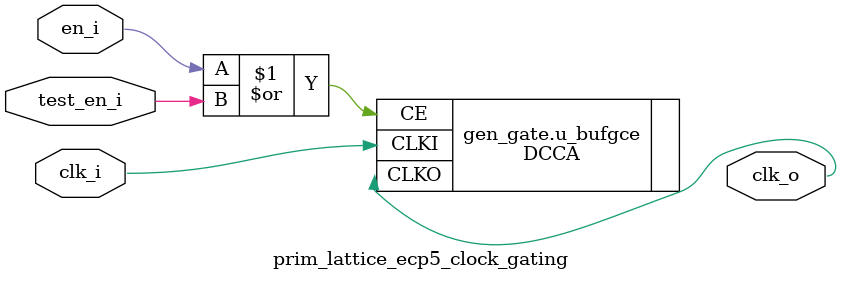
<source format=sv>

module prim_lattice_ecp5_clock_gating #(
  parameter bit NoFpgaGate = 1'b0
) (
  input        clk_i,
  input        en_i,
  input        test_en_i,
  output logic clk_o
);

  if (NoFpgaGate) begin : gen_no_gate
    assign clk_o = clk_i;
  end else begin : gen_gate
    DCCA u_bufgce (
      .CLKI  (clk_i),
      .CE    (en_i | test_en_i),
      .CLKO  (clk_o)
    );
  end



endmodule

</source>
